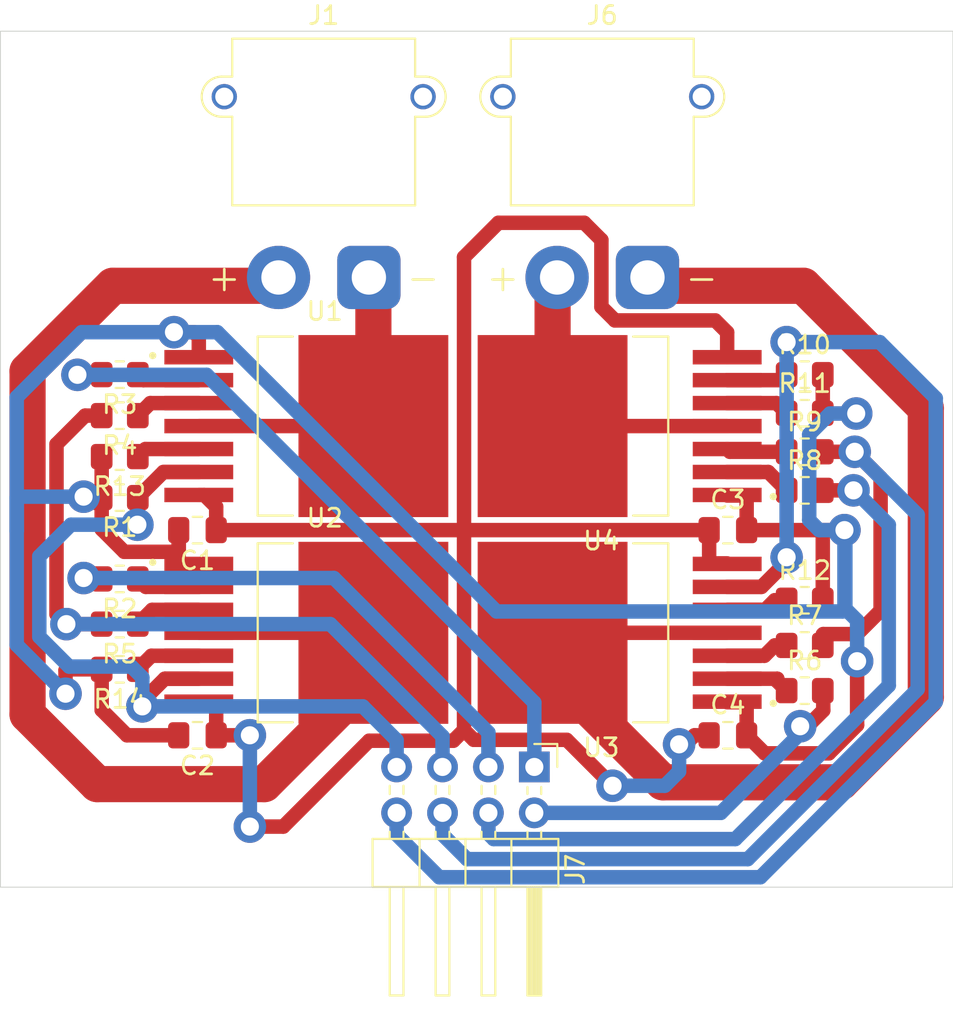
<source format=kicad_pcb>
(kicad_pcb (version 20241229) (generator "pcbnew") (generator_version "9.0")
  (layers (0 "F.Cu" signal) (2 "B.Cu" signal) (13 "F.Paste" user) (15 "B.Paste" user) (5 "F.SilkS" user "F.Silkscreen") (7 "B.SilkS" user "B.Silkscreen") (1 "F.Mask" user) (3 "B.Mask" user) (25 "Edge.Cuts" user))
  (net 0 "")
  (net 1 "GND")
  (net 2 "+24V")
  (net 3 "Net-(J1-Pin_1)")
  (net 4 "Net-(J1-Pin_2)")
  (net 5 "Net-(J6-Pin_1)")
  (net 6 "Net-(J6-Pin_2)")
  (net 7 "IS_1")
  (net 8 "Net-(U2-IN)")
  (net 9 "PWM_B")
  (net 10 "Net-(U1-IN)")
  (net 11 "PWM_A")
  (net 12 "Net-(U1-INH)")
  (net 13 "ENABLE_1")
  (net 14 "Net-(U2-INH)")
  (net 15 "PWM_C")
  (net 16 "Net-(U3-IN)")
  (net 17 "Net-(U3-INH)")
  (net 18 "ENABLE_2")
  (net 19 "Net-(U4-IN)")
  (net 20 "PWM_D")
  (net 21 "Net-(U4-INH)")
  (net 22 "IS_2")
  (net 23 "Net-(U4-SR)")
  (net 24 "Net-(U3-SR)")
  (net 25 "Net-(U1-SR)")
  (net 26 "Net-(U2-SR)")
  (footprint "Capacitor_SMD:C_0805_2012Metric_Pad1.18x1.45mm_HandSolder" (layer "F.Cu") (at 167.3 76.85)
    (property "Reference" "C3" (at 0 -1.68 0) (layer "F.SilkS"))
    (property "Value" "470nF")
    (fp_line (start -0.261252 -0.735) (end 0.261252 -0.735) (stroke (width 0.12)) (layer "F.SilkS"))
    (fp_line (start -0.261252 0.735) (end 0.261252 0.735) (stroke (width 0.12)) (layer "F.SilkS"))
    (pad "1" smd roundrect (at -1.0375 0) (size 1.175 1.45) (layers "F.Cu" "F.Mask" "F.Paste") (roundrect_rratio 0.212766) (net 2 "+24V"))
    (pad "2" smd roundrect (at 1.0375 0) (size 1.175 1.45) (layers "F.Cu" "F.Mask" "F.Paste") (roundrect_rratio 0.212766) (net 1 "GND"))
  )
  (footprint "Electronianos_Lib:BTS7960B_DPAK127P1490X440-8N" (layer "F.Cu") (at 143.975 82.53)
    (property "Reference" "U2" (at 1.016 -6.35 0) (layer "F.SilkS"))
    (property "Value" "BTS7960B")
    (fp_line (start -2.69 -4.95) (end -2.69 4.95) (stroke (width 0.127)) (layer "F.SilkS"))
    (fp_line (start -2.69 4.95) (end -0.749 4.95) (stroke (width 0.127)) (layer "F.SilkS"))
    (fp_line (start -0.749 -4.95) (end -2.69 -4.95) (stroke (width 0.127)) (layer "F.SilkS"))
    (fp_circle (center -8.5 -3.9) (end -8.4 -3.9) (stroke (width 0.2)) (fill no) (layer "F.SilkS"))
    (pad "1" smd rect (at -5.95 -3.81) (size 3.81 0.8) (layers "F.Cu" "F.Mask" "F.Paste") (net 1 "GND"))
    (pad "2" smd rect (at -5.95 -2.54) (size 3.81 0.8) (layers "F.Cu" "F.Mask" "F.Paste") (net 8 "Net-(U2-IN)"))
    (pad "3" smd rect (at -5.95 -1.27) (size 3.81 0.8) (layers "F.Cu" "F.Mask" "F.Paste") (net 14 "Net-(U2-INH)"))
    (pad "4" smd rect (at -5.95 0) (size 3.81 0.8) (layers "F.Cu" "F.Mask" "F.Paste") (net 4 "Net-(J1-Pin_2)"))
    (pad "5" smd rect (at -5.95 1.27) (size 3.81 0.8) (layers "F.Cu" "F.Mask" "F.Paste") (net 26 "Net-(U2-SR)"))
    (pad "6" smd rect (at -5.95 2.54) (size 3.81 0.8) (layers "F.Cu" "F.Mask" "F.Paste") (net 7 "IS_1"))
    (pad "7" smd rect (at -5.95 3.81) (size 3.81 0.8) (layers "F.Cu" "F.Mask" "F.Paste") (net 2 "+24V"))
    (pad "8" smd rect (at 3.71 0) (size 8.29 10.07) (layers "F.Cu" "F.Mask") (net 4 "Net-(J1-Pin_2)"))
  )
  (footprint "Resistor_SMD:R_0805_2012Metric_Pad1.20x1.40mm_HandSolder" (layer "F.Cu") (at 171.55 68.25)
    (property "Reference" "R10" (at 0 -1.65 0) (layer "F.SilkS"))
    (property "Value" "R_US")
    (fp_line (start -0.227064 -0.735) (end 0.227064 -0.735) (stroke (width 0.12)) (layer "F.SilkS"))
    (fp_line (start -0.227064 0.735) (end 0.227064 0.735) (stroke (width 0.12)) (layer "F.SilkS"))
    (pad "1" smd roundrect (at -1 0) (size 1.2 1.4) (layers "F.Cu" "F.Mask" "F.Paste") (roundrect_rratio 0.208333) (net 22 "IS_2"))
    (pad "2" smd roundrect (at 1 0) (size 1.2 1.4) (layers "F.Cu" "F.Mask" "F.Paste") (roundrect_rratio 0.208333) (net 1 "GND"))
  )
  (footprint "Capacitor_SMD:C_0805_2012Metric_Pad1.18x1.45mm_HandSolder" (layer "F.Cu") (at 137.95 76.85 180)
    (property "Reference" "C1" (at 0 -1.68 0) (layer "F.SilkS"))
    (property "Value" "470nF")
    (fp_line (start -0.261252 0.735) (end 0.261252 0.735) (stroke (width 0.12)) (layer "F.SilkS"))
    (fp_line (start -0.261252 -0.735) (end 0.261252 -0.735) (stroke (width 0.12)) (layer "F.SilkS"))
    (pad "1" smd roundrect (at -1.0375 0 180) (size 1.175 1.45) (layers "F.Cu" "F.Mask" "F.Paste") (roundrect_rratio 0.212766) (net 2 "+24V"))
    (pad "2" smd roundrect (at 1.0375 0 180) (size 1.175 1.45) (layers "F.Cu" "F.Mask" "F.Paste") (roundrect_rratio 0.212766) (net 1 "GND"))
  )
  (footprint "Resistor_SMD:R_0805_2012Metric_Pad1.20x1.40mm_HandSolder" (layer "F.Cu") (at 171.55 83.228604)
    (property "Reference" "R7" (at 0 -1.65 0) (layer "F.SilkS"))
    (property "Value" "R_US")
    (fp_line (start -0.227064 -0.735) (end 0.227064 -0.735) (stroke (width 0.12)) (layer "F.SilkS"))
    (fp_line (start -0.227064 0.735) (end 0.227064 0.735) (stroke (width 0.12)) (layer "F.SilkS"))
    (pad "1" smd roundrect (at -1 0) (size 1.2 1.4) (layers "F.Cu" "F.Mask" "F.Paste") (roundrect_rratio 0.208333) (net 17 "Net-(U3-INH)"))
    (pad "2" smd roundrect (at 1 0) (size 1.2 1.4) (layers "F.Cu" "F.Mask" "F.Paste") (roundrect_rratio 0.208333) (net 18 "ENABLE_2"))
  )
  (footprint "Electronianos_Lib:BTS7960B_DPAK127P1490X440-8N" (layer "F.Cu") (at 161.31 71.095 180)
    (property "Reference" "U4" (at 1.016 -6.35 0) (layer "F.SilkS"))
    (property "Value" "BTS7960B")
    (fp_line (start -0.749 -4.95) (end -2.69 -4.95) (stroke (width 0.127)) (layer "F.SilkS"))
    (fp_line (start -2.69 4.95) (end -0.749 4.95) (stroke (width 0.127)) (layer "F.SilkS"))
    (fp_line (start -2.69 -4.95) (end -2.69 4.95) (stroke (width 0.127)) (layer "F.SilkS"))
    (fp_circle (center -8.5 -3.9) (end -8.4 -3.9) (stroke (width 0.2)) (fill no) (layer "F.SilkS"))
    (pad "1" smd rect (at -5.95 -3.81 180) (size 3.81 0.8) (layers "F.Cu" "F.Mask" "F.Paste") (net 1 "GND"))
    (pad "2" smd rect (at -5.95 -2.54 180) (size 3.81 0.8) (layers "F.Cu" "F.Mask" "F.Paste") (net 19 "Net-(U4-IN)"))
    (pad "3" smd rect (at -5.95 -1.27 180) (size 3.81 0.8) (layers "F.Cu" "F.Mask" "F.Paste") (net 21 "Net-(U4-INH)"))
    (pad "4" smd rect (at -5.95 0 180) (size 3.81 0.8) (layers "F.Cu" "F.Mask" "F.Paste") (net 6 "Net-(J6-Pin_2)"))
    (pad "5" smd rect (at -5.95 1.27 180) (size 3.81 0.8) (layers "F.Cu" "F.Mask" "F.Paste") (net 23 "Net-(U4-SR)"))
    (pad "6" smd rect (at -5.95 2.54 180) (size 3.81 0.8) (layers "F.Cu" "F.Mask" "F.Paste") (net 22 "IS_2"))
    (pad "7" smd rect (at -5.95 3.81 180) (size 3.81 0.8) (layers "F.Cu" "F.Mask" "F.Paste") (net 2 "+24V"))
    (pad "8" smd rect (at 3.71 0 180) (size 8.29 10.07) (layers "F.Cu" "F.Mask") (net 6 "Net-(J6-Pin_2)"))
  )
  (footprint "Resistor_SMD:R_0805_2012Metric_Pad1.20x1.40mm_HandSolder" (layer "F.Cu") (at 133.65 84.55 180)
    (property "Reference" "R14" (at 0 -1.65 0) (layer "F.SilkS"))
    (property "Value" "R_US")
    (fp_line (start -0.227064 0.735) (end 0.227064 0.735) (stroke (width 0.12)) (layer "F.SilkS"))
    (fp_line (start -0.227064 -0.735) (end 0.227064 -0.735) (stroke (width 0.12)) (layer "F.SilkS"))
    (pad "1" smd roundrect (at -1 0 180) (size 1.2 1.4) (layers "F.Cu" "F.Mask" "F.Paste") (roundrect_rratio 0.208333) (net 26 "Net-(U2-SR)"))
    (pad "2" smd roundrect (at 1 0 180) (size 1.2 1.4) (layers "F.Cu" "F.Mask" "F.Paste") (roundrect_rratio 0.208333) (net 1 "GND"))
  )
  (footprint "Resistor_SMD:R_0805_2012Metric_Pad1.20x1.40mm_HandSolder" (layer "F.Cu") (at 171.55 85.728604)
    (property "Reference" "R6" (at 0 -1.65 0) (layer "F.SilkS"))
    (property "Value" "R_US")
    (fp_line (start -0.227064 -0.735) (end 0.227064 -0.735) (stroke (width 0.12)) (layer "F.SilkS"))
    (fp_line (start -0.227064 0.735) (end 0.227064 0.735) (stroke (width 0.12)) (layer "F.SilkS"))
    (pad "1" smd roundrect (at -1 0) (size 1.2 1.4) (layers "F.Cu" "F.Mask" "F.Paste") (roundrect_rratio 0.208333) (net 16 "Net-(U3-IN)"))
    (pad "2" smd roundrect (at 1 0) (size 1.2 1.4) (layers "F.Cu" "F.Mask" "F.Paste") (roundrect_rratio 0.208333) (net 15 "PWM_C"))
  )
  (footprint "Connector_AMASS:AMASS_XT30PW-M_1x02_P2.50mm_Horizontal" (layer "F.Cu") (at 162.85 62.873702)
    (property "Reference" "J6" (at -2.5 -14.5 0) (layer "F.SilkS"))
    (property "Value" "Motor_2")
    (fp_line (start -8.15 -11.11) (end -7.56 -11.11) (stroke (width 0.12)) (layer "F.SilkS"))
    (fp_line (start -8.15 -8.89) (end -7.56 -8.89) (stroke (width 0.12)) (layer "F.SilkS"))
    (fp_line (start -7.56 -13.21) (end -7.56 -11.11) (stroke (width 0.12)) (layer "F.SilkS"))
    (fp_line (start -7.56 -13.21) (end 2.56 -13.21) (stroke (width 0.12)) (layer "F.SilkS"))
    (fp_line (start -7.56 -8.89) (end -7.56 -3.99) (stroke (width 0.12)) (layer "F.SilkS"))
    (fp_line (start -7.56 -3.99) (end 2.56 -3.99) (stroke (width 0.12)) (layer "F.SilkS"))
    (fp_line (start 2.56 -13.21) (end 2.56 -11.11) (stroke (width 0.12)) (layer "F.SilkS"))
    (fp_line (start 2.56 -11.11) (end 3.15 -11.11) (stroke (width 0.12)) (layer "F.SilkS"))
    (fp_line (start 2.56 -8.89) (end 2.56 -3.99) (stroke (width 0.12)) (layer "F.SilkS"))
    (fp_line (start 2.56 -8.89) (end 3.15 -8.89) (stroke (width 0.12)) (layer "F.SilkS"))
    (fp_arc (start -8.15 -8.89) (mid -9.26 -10) (end -8.15 -11.11) (stroke (width 0.12)) (layer "F.SilkS"))
    (fp_arc (start 3.15 -11.11) (mid 4.26 -10) (end 3.15 -8.89) (stroke (width 0.12)) (layer "F.SilkS"))
    (fp_text user "-" (at 3 0 0) (layer "F.SilkS") (effects (font (size 1.5 1.5))))
    (fp_text user "+" (at -8 0 0) (layer "F.SilkS") (effects (font (size 1.5 1.5))))
    (pad "" thru_hole circle (at -8 -10) (size 1.4 1.4) (drill 1) (layers "*.Cu" "*.Mask"))
    (pad "" thru_hole circle (at 3 -10) (size 1.4 1.4) (drill 1) (layers "*.Cu" "*.Mask"))
    (pad "1" thru_hole roundrect (at 0 0) (size 3.5 3.5) (drill 1.9) (layers "*.Cu" "*.Mask") (roundrect_rratio 0.22) (net 5 "Net-(J6-Pin_1)"))
    (pad "2" thru_hole circle (at -5 0) (size 3.5 3.5) (drill 1.9) (layers "*.Cu" "*.Mask") (net 6 "Net-(J6-Pin_2)"))
  )
  (footprint "Capacitor_SMD:C_0805_2012Metric_Pad1.18x1.45mm_HandSolder" (layer "F.Cu") (at 137.95 88.2 180)
    (property "Reference" "C2" (at 0 -1.68 0) (layer "F.SilkS"))
    (property "Value" "470nF")
    (fp_line (start -0.261252 0.735) (end 0.261252 0.735) (stroke (width 0.12)) (layer "F.SilkS"))
    (fp_line (start -0.261252 -0.735) (end 0.261252 -0.735) (stroke (width 0.12)) (layer "F.SilkS"))
    (pad "1" smd roundrect (at -1.0375 0 180) (size 1.175 1.45) (layers "F.Cu" "F.Mask" "F.Paste") (roundrect_rratio 0.212766) (net 2 "+24V"))
    (pad "2" smd roundrect (at 1.0375 0 180) (size 1.175 1.45) (layers "F.Cu" "F.Mask" "F.Paste") (roundrect_rratio 0.212766) (net 1 "GND"))
  )
  (footprint "Resistor_SMD:R_0805_2012Metric_Pad1.20x1.40mm_HandSolder" (layer "F.Cu") (at 133.65 70.516667 180)
    (property "Reference" "R4" (at 0 -1.65 0) (layer "F.SilkS"))
    (property "Value" "R_US")
    (fp_line (start -0.227064 0.735) (end 0.227064 0.735) (stroke (width 0.12)) (layer "F.SilkS"))
    (fp_line (start -0.227064 -0.735) (end 0.227064 -0.735) (stroke (width 0.12)) (layer "F.SilkS"))
    (pad "1" smd roundrect (at -1 0 180) (size 1.2 1.4) (layers "F.Cu" "F.Mask" "F.Paste") (roundrect_rratio 0.208333) (net 12 "Net-(U1-INH)"))
    (pad "2" smd roundrect (at 1 0 180) (size 1.2 1.4) (layers "F.Cu" "F.Mask" "F.Paste") (roundrect_rratio 0.208333) (net 13 "ENABLE_1"))
  )
  (footprint "Resistor_SMD:R_0805_2012Metric_Pad1.20x1.40mm_HandSolder" (layer "F.Cu") (at 171.55 72.516667)
    (property "Reference" "R9" (at 0 -1.65 0) (layer "F.SilkS"))
    (property "Value" "R_US")
    (fp_line (start -0.227064 -0.735) (end 0.227064 -0.735) (stroke (width 0.12)) (layer "F.SilkS"))
    (fp_line (start -0.227064 0.735) (end 0.227064 0.735) (stroke (width 0.12)) (layer "F.SilkS"))
    (pad "1" smd roundrect (at -1 0) (size 1.2 1.4) (layers "F.Cu" "F.Mask" "F.Paste") (roundrect_rratio 0.208333) (net 21 "Net-(U4-INH)"))
    (pad "2" smd roundrect (at 1 0) (size 1.2 1.4) (layers "F.Cu" "F.Mask" "F.Paste") (roundrect_rratio 0.208333) (net 18 "ENABLE_2"))
  )
  (footprint "Resistor_SMD:R_0805_2012Metric_Pad1.20x1.40mm_HandSolder" (layer "F.Cu") (at 133.65 75.05 180)
    (property "Reference" "R1" (at 0 -1.65 0) (layer "F.SilkS"))
    (property "Value" "R_US")
    (fp_line (start -0.227064 0.735) (end 0.227064 0.735) (stroke (width 0.12)) (layer "F.SilkS"))
    (fp_line (start -0.227064 -0.735) (end 0.227064 -0.735) (stroke (width 0.12)) (layer "F.SilkS"))
    (pad "1" smd roundrect (at -1 0 180) (size 1.2 1.4) (layers "F.Cu" "F.Mask" "F.Paste") (roundrect_rratio 0.208333) (net 7 "IS_1"))
    (pad "2" smd roundrect (at 1 0 180) (size 1.2 1.4) (layers "F.Cu" "F.Mask" "F.Paste") (roundrect_rratio 0.208333) (net 1 "GND"))
  )
  (footprint "Resistor_SMD:R_0805_2012Metric_Pad1.20x1.40mm_HandSolder" (layer "F.Cu") (at 133.65 79.55 180)
    (property "Reference" "R2" (at 0 -1.65 0) (layer "F.SilkS"))
    (property "Value" "R_US")
    (fp_line (start -0.227064 0.735) (end 0.227064 0.735) (stroke (width 0.12)) (layer "F.SilkS"))
    (fp_line (start -0.227064 -0.735) (end 0.227064 -0.735) (stroke (width 0.12)) (layer "F.SilkS"))
    (pad "1" smd roundrect (at -1 0 180) (size 1.2 1.4) (layers "F.Cu" "F.Mask" "F.Paste") (roundrect_rratio 0.208333) (net 8 "Net-(U2-IN)"))
    (pad "2" smd roundrect (at 1 0 180) (size 1.2 1.4) (layers "F.Cu" "F.Mask" "F.Paste") (roundrect_rratio 0.208333) (net 9 "PWM_B"))
  )
  (footprint "Resistor_SMD:R_0805_2012Metric_Pad1.20x1.40mm_HandSolder" (layer "F.Cu") (at 133.65 72.783333 180)
    (property "Reference" "R13" (at 0 -1.65 0) (layer "F.SilkS"))
    (property "Value" "R_US")
    (fp_line (start -0.227064 0.735) (end 0.227064 0.735) (stroke (width 0.12)) (layer "F.SilkS"))
    (fp_line (start -0.227064 -0.735) (end 0.227064 -0.735) (stroke (width 0.12)) (layer "F.SilkS"))
    (pad "1" smd roundrect (at -1 0 180) (size 1.2 1.4) (layers "F.Cu" "F.Mask" "F.Paste") (roundrect_rratio 0.208333) (net 25 "Net-(U1-SR)"))
    (pad "2" smd roundrect (at 1 0 180) (size 1.2 1.4) (layers "F.Cu" "F.Mask" "F.Paste") (roundrect_rratio 0.208333) (net 1 "GND"))
  )
  (footprint "Capacitor_SMD:C_0805_2012Metric_Pad1.18x1.45mm_HandSolder" (layer "F.Cu") (at 167.3 88.2)
    (property "Reference" "C4" (at 0 -1.68 0) (layer "F.SilkS"))
    (property "Value" "470nF")
    (fp_line (start -0.261252 -0.735) (end 0.261252 -0.735) (stroke (width 0.12)) (layer "F.SilkS"))
    (fp_line (start -0.261252 0.735) (end 0.261252 0.735) (stroke (width 0.12)) (layer "F.SilkS"))
    (pad "1" smd roundrect (at -1.0375 0) (size 1.175 1.45) (layers "F.Cu" "F.Mask" "F.Paste") (roundrect_rratio 0.212766) (net 2 "+24V"))
    (pad "2" smd roundrect (at 1.0375 0) (size 1.175 1.45) (layers "F.Cu" "F.Mask" "F.Paste") (roundrect_rratio 0.212766) (net 1 "GND"))
  )
  (footprint "Electronianos_Lib:BTS7960B_DPAK127P1490X440-8N" (layer "F.Cu") (at 161.31 82.53 180)
    (property "Reference" "U3" (at 1.016 -6.35 0) (layer "F.SilkS"))
    (property "Value" "BTS7960B")
    (fp_line (start -0.749 -4.95) (end -2.69 -4.95) (stroke (width 0.127)) (layer "F.SilkS"))
    (fp_line (start -2.69 4.95) (end -0.749 4.95) (stroke (width 0.127)) (layer "F.SilkS"))
    (fp_line (start -2.69 -4.95) (end -2.69 4.95) (stroke (width 0.127)) (layer "F.SilkS"))
    (fp_circle (center -8.5 -3.9) (end -8.4 -3.9) (stroke (width 0.2)) (fill no) (layer "F.SilkS"))
    (pad "1" smd rect (at -5.95 -3.81 180) (size 3.81 0.8) (layers "F.Cu" "F.Mask" "F.Paste") (net 1 "GND"))
    (pad "2" smd rect (at -5.95 -2.54 180) (size 3.81 0.8) (layers "F.Cu" "F.Mask" "F.Paste") (net 16 "Net-(U3-IN)"))
    (pad "3" smd rect (at -5.95 -1.27 180) (size 3.81 0.8) (layers "F.Cu" "F.Mask" "F.Paste") (net 17 "Net-(U3-INH)"))
    (pad "4" smd rect (at -5.95 0 180) (size 3.81 0.8) (layers "F.Cu" "F.Mask" "F.Paste") (net 5 "Net-(J6-Pin_1)"))
    (pad "5" smd rect (at -5.95 1.27 180) (size 3.81 0.8) (layers "F.Cu" "F.Mask" "F.Paste") (net 24 "Net-(U3-SR)"))
    (pad "6" smd rect (at -5.95 2.54 180) (size 3.81 0.8) (layers "F.Cu" "F.Mask" "F.Paste") (net 22 "IS_2"))
    (pad "7" smd rect (at -5.95 3.81 180) (size 3.81 0.8) (layers "F.Cu" "F.Mask" "F.Paste") (net 2 "+24V"))
    (pad "8" smd rect (at 3.71 0 180) (size 8.29 10.07) (layers "F.Cu" "F.Mask") (net 5 "Net-(J6-Pin_1)"))
  )
  (footprint "Connector_PinHeader_2.54mm:PinHeader_2x04_P2.54mm_Horizontal" (layer "F.Cu") (at 156.59 89.95 -90)
    (property "Reference" "J7" (at 5.655 -2.27 90) (layer "F.SilkS"))
    (property "Value" "Conn_02x04_Odd_Even")
    (fp_line (start 3.98 8.95) (end 6.64 8.95) (stroke (width 0.12)) (layer "F.SilkS"))
    (fp_line (start 6.64 8.95) (end 6.64 -1.33) (stroke (width 0.12)) (layer "F.SilkS"))
    (fp_line (start 1.042929 8) (end 1.497071 8) (stroke (width 0.12)) (layer "F.SilkS"))
    (fp_line (start 3.582929 8) (end 3.98 8) (stroke (width 0.12)) (layer "F.SilkS"))
    (fp_line (start 12.64 8) (end 6.64 8) (stroke (width 0.12)) (layer "F.SilkS"))
    (fp_line (start 1.042929 7.24) (end 1.497071 7.24) (stroke (width 0.12)) (layer "F.SilkS"))
    (fp_line (start 3.582929 7.24) (end 3.98 7.24) (stroke (width 0.12)) (layer "F.SilkS"))
    (fp_line (start 6.64 7.24) (end 12.64 7.24) (stroke (width 0.12)) (layer "F.SilkS"))
    (fp_line (start 12.64 7.24) (end 12.64 8) (stroke (width 0.12)) (layer "F.SilkS"))
    (fp_line (start 3.98 6.35) (end 6.64 6.35) (stroke (width 0.12)) (layer "F.SilkS"))
    (fp_line (start 1.042929 5.46) (end 1.497071 5.46) (stroke (width 0.12)) (layer "F.SilkS"))
    (fp_line (start 3.582929 5.46) (end 3.98 5.46) (stroke (width 0.12)) (layer "F.SilkS"))
    (fp_line (start 12.64 5.46) (end 6.64 5.46) (stroke (width 0.12)) (layer "F.SilkS"))
    (fp_line (start 1.042929 4.7) (end 1.497071 4.7) (stroke (width 0.12)) (layer "F.SilkS"))
    (fp_line (start 3.582929 4.7) (end 3.98 4.7) (stroke (width 0.12)) (layer "F.SilkS"))
    (fp_line (start 6.64 4.7) (end 12.64 4.7) (stroke (width 0.12)) (layer "F.SilkS"))
    (fp_line (start 12.64 4.7) (end 12.64 5.46) (stroke (width 0.12)) (layer "F.SilkS"))
    (fp_line (start 3.98 3.81) (end 6.64 3.81) (stroke (width 0.12)) (layer "F.SilkS"))
    (fp_line (start 1.042929 2.92) (end 1.497071 2.92) (stroke (width 0.12)) (layer "F.SilkS"))
    (fp_line (start 3.582929 2.92) (end 3.98 2.92) (stroke (width 0.12)) (layer "F.SilkS"))
    (fp_line (start 12.64 2.92) (end 6.64 2.92) (stroke (width 0.12)) (layer "F.SilkS"))
    (fp_line (start 1.042929 2.16) (end 1.497071 2.16) (stroke (width 0.12)) (layer "F.SilkS"))
    (fp_line (start 3.582929 2.16) (end 3.98 2.16) (stroke (width 0.12)) (layer "F.SilkS"))
    (fp_line (start 6.64 2.16) (end 12.64 2.16) (stroke (width 0.12)) (layer "F.SilkS"))
    (fp_line (start 12.64 2.16) (end 12.64 2.92) (stroke (width 0.12)) (layer "F.SilkS"))
    (fp_line (start 3.98 1.27) (end 6.64 1.27) (stroke (width 0.12)) (layer "F.SilkS"))
    (fp_line (start 1.11 0.38) (end 1.497071 0.38) (stroke (width 0.12)) (layer "F.SilkS"))
    (fp_line (start 3.582929 0.38) (end 3.98 0.38) (stroke (width 0.12)) (layer "F.SilkS"))
    (fp_line (start 12.64 0.38) (end 6.64 0.38) (stroke (width 0.12)) (layer "F.SilkS"))
    (fp_line (start 6.64 0.28) (end 12.64 0.28) (stroke (width 0.12)) (layer "F.SilkS"))
    (fp_line (start 6.64 0.16) (end 12.64 0.16) (stroke (width 0.12)) (layer "F.SilkS"))
    (fp_line (start 6.64 0.04) (end 12.64 0.04) (stroke (width 0.12)) (layer "F.SilkS"))
    (fp_line (start -1.27 0) (end -1.27 -1.27) (stroke (width 0.12)) (layer "F.SilkS"))
    (fp_line (start 6.64 -0.08) (end 12.64 -0.08) (stroke (width 0.12)) (layer "F.SilkS"))
    (fp_line (start 6.64 -0.2) (end 12.64 -0.2) (stroke (width 0.12)) (layer "F.SilkS"))
    (fp_line (start 6.64 -0.32) (end 12.64 -0.32) (stroke (width 0.12)) (layer "F.SilkS"))
    (fp_line (start 1.11 -0.38) (end 1.497071 -0.38) (stroke (width 0.12)) (layer "F.SilkS"))
    (fp_line (start 3.582929 -0.38) (end 3.98 -0.38) (stroke (width 0.12)) (layer "F.SilkS"))
    (fp_line (start 6.64 -0.38) (end 12.64 -0.38) (stroke (width 0.12)) (layer "F.SilkS"))
    (fp_line (start 12.64 -0.38) (end 12.64 0.38) (stroke (width 0.12)) (layer "F.SilkS"))
    (fp_line (start -1.27 -1.27) (end 0 -1.27) (stroke (width 0.12)) (layer "F.SilkS"))
    (fp_line (start 3.98 -1.33) (end 3.98 8.95) (stroke (width 0.12)) (layer "F.SilkS"))
    (fp_line (start 6.64 -1.33) (end 3.98 -1.33) (stroke (width 0.12)) (layer "F.SilkS"))
    (pad "1" thru_hole rect (at 0 0 270) (size 1.7 1.7) (drill 1) (layers "*.Cu" "*.Mask") (net 11 "PWM_A"))
    (pad "2" thru_hole oval (at 2.54 0 270) (size 1.7 1.7) (drill 1) (layers "*.Cu" "*.Mask") (net 15 "PWM_C"))
    (pad "3" thru_hole oval (at 0 2.54 270) (size 1.7 1.7) (drill 1) (layers "*.Cu" "*.Mask") (net 9 "PWM_B"))
    (pad "4" thru_hole oval (at 2.54 2.54 270) (size 1.7 1.7) (drill 1) (layers "*.Cu" "*.Mask") (net 20 "PWM_D"))
    (pad "5" thru_hole oval (at 0 5.08 270) (size 1.7 1.7) (drill 1) (layers "*.Cu" "*.Mask") (net 13 "ENABLE_1"))
    (pad "6" thru_hole oval (at 2.54 5.08 270) (size 1.7 1.7) (drill 1) (layers "*.Cu" "*.Mask") (net 18 "ENABLE_2"))
    (pad "7" thru_hole oval (at 0 7.62 270) (size 1.7 1.7) (drill 1) (layers "*.Cu" "*.Mask") (net 7 "IS_1"))
    (pad "8" thru_hole oval (at 2.54 7.62 270) (size 1.7 1.7) (drill 1) (layers "*.Cu" "*.Mask") (net 22 "IS_2"))
  )
  (footprint "Resistor_SMD:R_0805_2012Metric_Pad1.20x1.40mm_HandSolder" (layer "F.Cu") (at 133.65 68.25 180)
    (property "Reference" "R3" (at 0 -1.65 0) (layer "F.SilkS"))
    (property "Value" "R_US")
    (fp_line (start -0.227064 0.735) (end 0.227064 0.735) (stroke (width 0.12)) (layer "F.SilkS"))
    (fp_line (start -0.227064 -0.735) (end 0.227064 -0.735) (stroke (width 0.12)) (layer "F.SilkS"))
    (pad "1" smd roundrect (at -1 0 180) (size 1.2 1.4) (layers "F.Cu" "F.Mask" "F.Paste") (roundrect_rratio 0.208333) (net 10 "Net-(U1-IN)"))
    (pad "2" smd roundrect (at 1 0 180) (size 1.2 1.4) (layers "F.Cu" "F.Mask" "F.Paste") (roundrect_rratio 0.208333) (net 11 "PWM_A"))
  )
  (footprint "Resistor_SMD:R_0805_2012Metric_Pad1.20x1.40mm_HandSolder" (layer "F.Cu") (at 171.55 80.728604)
    (property "Reference" "R12" (at 0 -1.65 0) (layer "F.SilkS"))
    (property "Value" "R_US")
    (fp_line (start -0.227064 -0.735) (end 0.227064 -0.735) (stroke (width 0.12)) (layer "F.SilkS"))
    (fp_line (start -0.227064 0.735) (end 0.227064 0.735) (stroke (width 0.12)) (layer "F.SilkS"))
    (pad "1" smd roundrect (at -1 0) (size 1.2 1.4) (layers "F.Cu" "F.Mask" "F.Paste") (roundrect_rratio 0.208333) (net 24 "Net-(U3-SR)"))
    (pad "2" smd roundrect (at 1 0) (size 1.2 1.4) (layers "F.Cu" "F.Mask" "F.Paste") (roundrect_rratio 0.208333) (net 1 "GND"))
  )
  (footprint "Connector_AMASS:AMASS_XT30PW-M_1x02_P2.50mm_Horizontal" (layer "F.Cu") (at 147.435 62.873702)
    (property "Reference" "J1" (at -2.5 -14.5 0) (layer "F.SilkS"))
    (property "Value" "Motor_1")
    (fp_line (start -8.15 -11.11) (end -7.56 -11.11) (stroke (width 0.12)) (layer "F.SilkS"))
    (fp_line (start -8.15 -8.89) (end -7.56 -8.89) (stroke (width 0.12)) (layer "F.SilkS"))
    (fp_line (start -7.56 -13.21) (end -7.56 -11.11) (stroke (width 0.12)) (layer "F.SilkS"))
    (fp_line (start -7.56 -13.21) (end 2.56 -13.21) (stroke (width 0.12)) (layer "F.SilkS"))
    (fp_line (start -7.56 -8.89) (end -7.56 -3.99) (stroke (width 0.12)) (layer "F.SilkS"))
    (fp_line (start -7.56 -3.99) (end 2.56 -3.99) (stroke (width 0.12)) (layer "F.SilkS"))
    (fp_line (start 2.56 -13.21) (end 2.56 -11.11) (stroke (width 0.12)) (layer "F.SilkS"))
    (fp_line (start 2.56 -11.11) (end 3.15 -11.11) (stroke (width 0.12)) (layer "F.SilkS"))
    (fp_line (start 2.56 -8.89) (end 2.56 -3.99) (stroke (width 0.12)) (layer "F.SilkS"))
    (fp_line (start 2.56 -8.89) (end 3.15 -8.89) (stroke (width 0.12)) (layer "F.SilkS"))
    (fp_arc (start -8.15 -8.89) (mid -9.26 -10) (end -8.15 -11.11) (stroke (width 0.12)) (layer "F.SilkS"))
    (fp_arc (start 3.15 -11.11) (mid 4.26 -10) (end 3.15 -8.89) (stroke (width 0.12)) (layer "F.SilkS"))
    (fp_text user "+" (at -8 0 0) (layer "F.SilkS") (effects (font (size 1.5 1.5))))
    (fp_text user "-" (at 3 0 0) (layer "F.SilkS") (effects (font (size 1.5 1.5))))
    (pad "" thru_hole circle (at -8 -10) (size 1.4 1.4) (drill 1) (layers "*.Cu" "*.Mask"))
    (pad "" thru_hole circle (at 3 -10) (size 1.4 1.4) (drill 1) (layers "*.Cu" "*.Mask"))
    (pad "1" thru_hole roundrect (at 0 0) (size 3.5 3.5) (drill 1.9) (layers "*.Cu" "*.Mask") (roundrect_rratio 0.22) (net 3 "Net-(J1-Pin_1)"))
    (pad "2" thru_hole circle (at -5 0) (size 3.5 3.5) (drill 1.9) (layers "*.Cu" "*.Mask") (net 4 "Net-(J1-Pin_2)"))
  )
  (footprint "Resistor_SMD:R_0805_2012Metric_Pad1.20x1.40mm_HandSolder" (layer "F.Cu") (at 133.65 82.05 180)
    (property "Reference" "R5" (at 0 -1.65 0) (layer "F.SilkS"))
    (property "Value" "R_US")
    (fp_line (start -0.227064 0.735) (end 0.227064 0.735) (stroke (width 0.12)) (layer "F.SilkS"))
    (fp_line (start -0.227064 -0.735) (end 0.227064 -0.735) (stroke (width 0.12)) (layer "F.SilkS"))
    (pad "1" smd roundrect (at -1 0 180) (size 1.2 1.4) (layers "F.Cu" "F.Mask" "F.Paste") (roundrect_rratio 0.208333) (net 14 "Net-(U2-INH)"))
    (pad "2" smd roundrect (at 1 0 180) (size 1.2 1.4) (layers "F.Cu" "F.Mask" "F.Paste") (roundrect_rratio 0.208333) (net 13 "ENABLE_1"))
  )
  (footprint "Resistor_SMD:R_0805_2012Metric_Pad1.20x1.40mm_HandSolder" (layer "F.Cu") (at 171.55 74.65)
    (property "Reference" "R8" (at 0 -1.65 0) (layer "F.SilkS"))
    (property "Value" "R_US")
    (fp_line (start -0.227064 -0.735) (end 0.227064 -0.735) (stroke (width 0.12)) (layer "F.SilkS"))
    (fp_line (start -0.227064 0.735) (end 0.227064 0.735) (stroke (width 0.12)) (layer "F.SilkS"))
    (pad "1" smd roundrect (at -1 0) (size 1.2 1.4) (layers "F.Cu" "F.Mask" "F.Paste") (roundrect_rratio 0.208333) (net 19 "Net-(U4-IN)"))
    (pad "2" smd roundrect (at 1 0) (size 1.2 1.4) (layers "F.Cu" "F.Mask" "F.Paste") (roundrect_rratio 0.208333) (net 20 "PWM_D"))
  )
  (footprint "Electronianos_Lib:BTS7960B_DPAK127P1490X440-8N" (layer "F.Cu") (at 143.975 71.095)
    (property "Reference" "U1" (at 1.016 -6.35 0) (layer "F.SilkS"))
    (property "Value" "BTS7960B")
    (fp_line (start -2.69 -4.95) (end -2.69 4.95) (stroke (width 0.127)) (layer "F.SilkS"))
    (fp_line (start -2.69 4.95) (end -0.749 4.95) (stroke (width 0.127)) (layer "F.SilkS"))
    (fp_line (start -0.749 -4.95) (end -2.69 -4.95) (stroke (width 0.127)) (layer "F.SilkS"))
    (fp_circle (center -8.5 -3.9) (end -8.4 -3.9) (stroke (width 0.2)) (fill no) (layer "F.SilkS"))
    (pad "1" smd rect (at -5.95 -3.81) (size 3.81 0.8) (layers "F.Cu" "F.Mask" "F.Paste") (net 1 "GND"))
    (pad "2" smd rect (at -5.95 -2.54) (size 3.81 0.8) (layers "F.Cu" "F.Mask" "F.Paste") (net 10 "Net-(U1-IN)"))
    (pad "3" smd rect (at -5.95 -1.27) (size 3.81 0.8) (layers "F.Cu" "F.Mask" "F.Paste") (net 12 "Net-(U1-INH)"))
    (pad "4" smd rect (at -5.95 0) (size 3.81 0.8) (layers "F.Cu" "F.Mask" "F.Paste") (net 3 "Net-(J1-Pin_1)"))
    (pad "5" smd rect (at -5.95 1.27) (size 3.81 0.8) (layers "F.Cu" "F.Mask" "F.Paste") (net 25 "Net-(U1-SR)"))
    (pad "6" smd rect (at -5.95 2.54) (size 3.81 0.8) (layers "F.Cu" "F.Mask" "F.Paste") (net 7 "IS_1"))
    (pad "7" smd rect (at -5.95 3.81) (size 3.81 0.8) (layers "F.Cu" "F.Mask" "F.Paste") (net 2 "+24V"))
    (pad "8" smd rect (at 3.71 0) (size 8.29 10.07) (layers "F.Cu" "F.Mask") (net 3 "Net-(J1-Pin_1)"))
  )
  (footprint "Resistor_SMD:R_0805_2012Metric_Pad1.20x1.40mm_HandSolder" (layer "F.Cu") (at 171.55 70.383333)
    (property "Reference" "R11" (at 0 -1.65 0) (layer "F.SilkS"))
    (property "Value" "R_US")
    (fp_line (start -0.227064 -0.735) (end 0.227064 -0.735) (stroke (width 0.12)) (layer "F.SilkS"))
    (fp_line (start -0.227064 0.735) (end 0.227064 0.735) (stroke (width 0.12)) (layer "F.SilkS"))
    (pad "1" smd roundrect (at -1 0) (size 1.2 1.4) (layers "F.Cu" "F.Mask" "F.Paste") (roundrect_rratio 0.208333) (net 23 "Net-(U4-SR)"))
    (pad "2" smd roundrect (at 1 0) (size 1.2 1.4) (layers "F.Cu" "F.Mask" "F.Paste") (roundrect_rratio 0.208333) (net 1 "GND"))
  )
  (gr_rect (start 127.05 49.25) (end 179.75 96.6) (stroke (width 0.05)) (fill no) (layer "Edge.Cuts"))
  (segment (start 136.9125 76.85) (end 136.9125 78.05) (width 0.8) (layer "F.Cu") (net 1))
  (segment (start 130.65 85.9) (end 130.65 84.6) (width 0.8) (layer "F.Cu") (net 1))
  (segment (start 132.65 75.05) (end 132.7 75.1) (width 0.8) (layer "F.Cu") (net 1))
  (segment (start 168.3375 86.371) (end 167.26 86.371) (width 0.8) (layer "F.Cu") (net 1))
  (segment (start 136.9125 78.05) (end 133.9 78.05) (width 0.8) (layer "F.Cu") (net 1))
  (segment (start 132.7 76.85) (end 132.65 76.8) (width 0.8) (layer "F.Cu") (net 1))
  (segment (start 138.025 78.72) (end 137.02 78.72) (width 0.8) (layer "F.Cu") (net 1))
  (segment (start 172.55 77.084688) (end 172.315312 76.85) (width 0.8) (layer "F.Cu") (net 1))
  (segment (start 137.02 78.72) (end 136.9125 78.6125) (width 0.8) (layer "F.Cu") (net 1))
  (segment (start 172.566667 70.4) (end 172.55 70.383333) (width 0.8) (layer "F.Cu") (net 1))
  (segment (start 172.55 70.383333) (end 172.55 68.25) (width 0.8) (layer "F.Cu") (net 1))
  (segment (start 133.9 78.05) (end 132.7 76.85) (width 0.8) (layer "F.Cu") (net 1))
  (segment (start 130.7 84.55) (end 132.65 84.55) (width 0.8) (layer "F.Cu") (net 1))
  (segment (start 132.65 76.8) (end 132.65 75.05) (width 0.8) (layer "F.Cu") (net 1))
  (segment (start 172.886844 89.199) (end 174.45 87.635844) (width 0.8) (layer "F.Cu") (net 1))
  (segment (start 173.75 76.85) (end 172.315312 76.85) (width 0.8) (layer "F.Cu") (net 1))
  (segment (start 174.4 70.4) (end 172.566667 70.4) (width 0.8) (layer "F.Cu") (net 1))
  (segment (start 169.3365 89.199) (end 172.886844 89.199) (width 0.8) (layer "F.Cu") (net 1))
  (segment (start 132.65 86.8) (end 134.05 88.2) (width 0.8) (layer "F.Cu") (net 1))
  (segment (start 168.3375 88.2) (end 169.3365 89.199) (width 0.8) (layer "F.Cu") (net 1))
  (segment (start 130.65 84.6) (end 130.7 84.55) (width 0.8) (layer "F.Cu") (net 1))
  (segment (start 136.65 65.9) (end 137.75 65.9) (width 0.8) (layer "F.Cu") (net 1))
  (segment (start 174.45 87.635844) (end 174.45 84.1) (width 0.8) (layer "F.Cu") (net 1))
  (segment (start 131.701 75.05) (end 132.65 75.05) (width 0.8) (layer "F.Cu") (net 1))
  (segment (start 168.3375 76.85) (end 168.3375 74.936) (width 0.8) (layer "F.Cu") (net 1))
  (segment (start 132.65 72.783333) (end 132.65 75.05) (width 0.8) (layer "F.Cu") (net 1))
  (segment (start 138.025 66.175) (end 138.025 67.285) (width 0.8) (layer "F.Cu") (net 1))
  (segment (start 131.651 75) (end 131.701 75.05) (width 0.8) (layer "F.Cu") (net 1))
  (segment (start 136.9125 78.6125) (end 136.9125 76.85) (width 0.8) (layer "F.Cu") (net 1))
  (segment (start 168.3375 88.2) (end 168.3375 86.371) (width 0.8) (layer "F.Cu") (net 1))
  (segment (start 137.75 65.9) (end 138.025 66.175) (width 0.8) (layer "F.Cu") (net 1))
  (segment (start 168.3375 74.936) (end 167.26 74.936) (width 0.8) (layer "F.Cu") (net 1))
  (segment (start 172.315312 76.85) (end 168.3375 76.85) (width 0.8) (layer "F.Cu") (net 1))
  (segment (start 134.05 88.2) (end 136.9125 88.2) (width 0.8) (layer "F.Cu") (net 1))
  (segment (start 132.65 84.55) (end 132.65 86.8) (width 0.8) (layer "F.Cu") (net 1))
  (segment (start 172.55 80.728604) (end 172.55 77.084688) (width 0.8) (layer "F.Cu") (net 1))
  (via (at 130.65 85.9) (size 1.8) (drill 1) (layers "F.Cu" "B.Cu") (net 1))
  (via (at 131.651 75) (size 1.8) (drill 1) (layers "F.Cu" "B.Cu") (net 1))
  (via (at 173.75 76.85) (size 1.8) (drill 1) (layers "F.Cu" "B.Cu") (net 1))
  (via (at 136.65 65.9) (size 1.8) (drill 1) (layers "F.Cu" "B.Cu") (net 1))
  (via (at 174.4 70.4) (size 1.8) (drill 1) (layers "F.Cu" "B.Cu") (net 1))
  (via (at 174.45 84.1) (size 1.8) (drill 1) (layers "F.Cu" "B.Cu") (net 1))
  (segment (start 127.951 69.496115) (end 131.547115 65.9) (width 0.8) (layer "B.Cu") (net 1))
  (segment (start 174.45 84.1) (end 174.45 81.85) (width 0.8) (layer "B.Cu") (net 1))
  (segment (start 172.95 70.4) (end 174.4 70.4) (width 0.8) (layer "B.Cu") (net 1))
  (segment (start 173.75 76.85) (end 172.35 76.85) (width 0.8) (layer "B.Cu") (net 1))
  (segment (start 136.65 65.9) (end 139.05 65.9) (width 0.8) (layer "B.Cu") (net 1))
  (segment (start 171.8 76.3) (end 171.8 71.55) (width 0.8) (layer "B.Cu") (net 1))
  (segment (start 173.75 81.25) (end 173.75 76.85) (width 0.8) (layer "B.Cu") (net 1))
  (segment (start 171.8 71.55) (end 172.95 70.4) (width 0.8) (layer "B.Cu") (net 1))
  (segment (start 130.65 85.9) (end 127.951 83.201) (width 0.8) (layer "B.Cu") (net 1))
  (segment (start 131.547115 65.9) (end 136.65 65.9) (width 0.8) (layer "B.Cu") (net 1))
  (segment (start 173.65 81.35) (end 173.75 81.25) (width 0.8) (layer "B.Cu") (net 1))
  (segment (start 173.8 76.9) (end 173.75 76.85) (width 0.8) (layer "B.Cu") (net 1))
  (segment (start 139.05 65.9) (end 154.5 81.35) (width 0.8) (layer "B.Cu") (net 1))
  (segment (start 127.951 83.201) (end 127.951 76.9) (width 0.8) (layer "B.Cu") (net 1))
  (segment (start 131.651 75) (end 128.001 75) (width 0.8) (layer "B.Cu") (net 1))
  (segment (start 154.5 81.35) (end 173.65 81.35) (width 0.8) (layer "B.Cu") (net 1))
  (segment (start 127.951 75.05) (end 127.951 76.9) (width 0.8) (layer "B.Cu") (net 1))
  (segment (start 173.8 81.2) (end 173.8 76.9) (width 0.8) (layer "B.Cu") (net 1))
  (segment (start 174.45 81.85) (end 173.8 81.2) (width 0.8) (layer "B.Cu") (net 1))
  (segment (start 172.35 76.85) (end 171.8 76.3) (width 0.8) (layer "B.Cu") (net 1))
  (segment (start 128.001 75) (end 127.951 75.05) (width 0.8) (layer "B.Cu") (net 1))
  (segment (start 127.951 76.9) (end 127.951 69.496115) (width 0.8) (layer "B.Cu") (net 1))
  (segment (start 138.33 74.905) (end 138.025 74.905) (width 0.8) (layer "F.Cu") (net 2))
  (segment (start 161.05 65.25) (end 160.3 64.5) (width 0.8) (layer "F.Cu") (net 2))
  (segment (start 152.7 87.910024) (end 152.111024 88.499) (width 0.8) (layer "F.Cu") (net 2))
  (segment (start 158.380151 88.45) (end 160.920152 90.990001) (width 0.8) (layer "F.Cu") (net 2))
  (segment (start 152.111024 88.499) (end 147.451 88.499) (width 0.8) (layer "F.Cu") (net 2))
  (segment (start 140.85 88.2) (end 138.9875 88.2) (width 0.8) (layer "F.Cu") (net 2))
  (segment (start 152.7 76.85) (end 152.7 87.910024) (width 0.8) (layer "F.Cu") (net 2))
  (segment (start 138.9875 75.5625) (end 138.33 74.905) (width 0.8) (layer "F.Cu") (net 2))
  (segment (start 166.6 65.25) (end 161.05 65.25) (width 0.8) (layer "F.Cu") (net 2))
  (segment (start 164.6 88.7) (end 164.95 88.7) (width 0.8) (layer "F.Cu") (net 2))
  (segment (start 152.7 76.85) (end 166.2625 76.85) (width 0.8) (layer "F.Cu") (net 2))
  (segment (start 152.7 87.910024) (end 153.239976 88.45) (width 0.8) (layer "F.Cu") (net 2))
  (segment (start 152.7 61.75) (end 152.7 76.85) (width 0.8) (layer "F.Cu") (net 2))
  (segment (start 153.239976 88.45) (end 158.380151 88.45) (width 0.8) (layer "F.Cu") (net 2))
  (segment (start 166.2625 76.85) (end 166.2625 78.689) (width 0.8) (layer "F.Cu") (net 2))
  (segment (start 138.9875 76.85) (end 138.9875 75.5625) (width 0.8) (layer "F.Cu") (net 2))
  (segment (start 167.26 67.285) (end 167.26 65.91) (width 0.8) (layer "F.Cu") (net 2))
  (segment (start 166.2625 78.689) (end 167.26 78.689) (width 0.8) (layer "F.Cu") (net 2))
  (segment (start 167.26 65.91) (end 166.6 65.25) (width 0.8) (layer "F.Cu") (net 2))
  (segment (start 164.95 88.7) (end 165.45 88.2) (width 0.8) (layer "F.Cu") (net 2))
  (segment (start 165.45 88.2) (end 166.2625 88.2) (width 0.8) (layer "F.Cu") (net 2))
  (segment (start 160.3 64.5) (end 160.3 60.8) (width 0.8) (layer "F.Cu") (net 2))
  (segment (start 138.9875 88.2) (end 138.9875 86.5125) (width 0.8) (layer "F.Cu") (net 2))
  (segment (start 138.9875 76.85) (end 152.7 76.85) (width 0.8) (layer "F.Cu") (net 2))
  (segment (start 147.451 88.499) (end 142.7 93.25) (width 0.8) (layer "F.Cu") (net 2))
  (segment (start 159.35 59.85) (end 154.6 59.85) (width 0.8) (layer "F.Cu") (net 2))
  (segment (start 142.7 93.25) (end 140.85 93.25) (width 0.8) (layer "F.Cu") (net 2))
  (segment (start 160.3 60.8) (end 159.35 59.85) (width 0.8) (layer "F.Cu") (net 2))
  (segment (start 154.6 59.85) (end 152.7 61.75) (width 0.8) (layer "F.Cu") (net 2))
  (via (at 140.85 93.25) (size 1.8) (drill 1) (layers "F.Cu" "B.Cu") (net 2))
  (via (at 164.6 88.7) (size 1.8) (drill 1) (layers "F.Cu" "B.Cu") (net 2))
  (via (at 140.85 88.2) (size 1.8) (drill 1) (layers "F.Cu" "B.Cu") (net 2))
  (via (at 160.920152 90.990001) (size 1.8) (drill 1) (layers "F.Cu" "B.Cu") (net 2))
  (segment (start 160.920152 90.990001) (end 163.809999 90.990001) (width 0.8) (layer "B.Cu") (net 2))
  (segment (start 140.85 93.25) (end 140.85 88.2) (width 0.8) (layer "B.Cu") (net 2))
  (segment (start 163.809999 90.990001) (end 164.6 90.2) (width 0.8) (layer "B.Cu") (net 2))
  (segment (start 164.6 90.2) (end 164.6 88.7) (width 0.8) (layer "B.Cu") (net 2))
  (segment (start 147.685 71.095) (end 138.025 71.095) (width 0.8) (layer "F.Cu") (net 3))
  (segment (start 147.685 63.584246) (end 147.435 63.334246) (width 2) (layer "F.Cu") (net 3))
  (segment (start 147.435 63.334246) (end 147.435 62.873702) (width 2) (layer "F.Cu") (net 3))
  (segment (start 147.685 71.095) (end 147.685 63.584246) (width 2) (layer "F.Cu") (net 3))
  (segment (start 128.55 68.05) (end 133.265754 63.334246) (width 2) (layer "F.Cu") (net 4))
  (segment (start 133.265754 63.334246) (end 141.974456 63.334246) (width 2) (layer "F.Cu") (net 4))
  (segment (start 147.685 82.53) (end 138.025 82.53) (width 0.8) (layer "F.Cu") (net 4))
  (segment (start 147.685 82.53) (end 147.685 84.865) (width 2) (layer "F.Cu") (net 4))
  (segment (start 141.974456 63.334246) (end 142.435 62.873702) (width 2) (layer "F.Cu") (net 4))
  (segment (start 141.65 90.9) (end 132.4 90.9) (width 2) (layer "F.Cu") (net 4))
  (segment (start 132.4 90.9) (end 128.55 87.05) (width 2) (layer "F.Cu") (net 4))
  (segment (start 128.55 87.05) (end 128.55 68.05) (width 2) (layer "F.Cu") (net 4))
  (segment (start 147.685 84.865) (end 141.65 90.9) (width 2) (layer "F.Cu") (net 4))
  (segment (start 178.249 86.101) (end 178.249 70.099) (width 2) (layer "F.Cu") (net 5))
  (segment (start 173.55 90.8) (end 178.249 86.101) (width 2) (layer "F.Cu") (net 5))
  (segment (start 157.6 82.53) (end 157.6 84.7) (width 2) (layer "F.Cu") (net 5))
  (segment (start 157.6 84.7) (end 163.7 90.8) (width 2) (layer "F.Cu") (net 5))
  (segment (start 163.310544 63.334246) (end 162.85 62.873702) (width 2) (layer "F.Cu") (net 5))
  (segment (start 163.7 90.8) (end 173.55 90.8) (width 2) (layer "F.Cu") (net 5))
  (segment (start 171.484246 63.334246) (end 163.310544 63.334246) (width 2) (layer "F.Cu") (net 5))
  (segment (start 178.249 70.099) (end 171.484246 63.334246) (width 2) (layer "F.Cu") (net 5))
  (segment (start 167.26 82.53) (end 157.6 82.53) (width 0.8) (layer "F.Cu") (net 5))
  (segment (start 157.85 63.334246) (end 157.85 62.873702) (width 2) (layer "F.Cu") (net 6))
  (segment (start 157.6 71.095) (end 157.6 63.584246) (width 2) (layer "F.Cu") (net 6))
  (segment (start 157.6 63.584246) (end 157.85 63.334246) (width 2) (layer "F.Cu") (net 6))
  (segment (start 167.26 71.095) (end 157.6 71.095) (width 0.8) (layer "F.Cu") (net 6))
  (segment (start 134.9 86.6) (end 134.9 86.310424) (width 0.8) (layer "F.Cu") (net 7))
  (segment (start 136.065 73.635) (end 138.025 73.635) (width 0.8) (layer "F.Cu") (net 7))
  (segment (start 134.65 75.05) (end 134.65 76.527187) (width 0.8) (layer "F.Cu") (net 7))
  (segment (start 134.9 86.310424) (end 136.140424 85.07) (width 0.8) (layer "F.Cu") (net 7))
  (segment (start 134.65 75.05) (end 136.065 73.635) (width 0.8) (layer "F.Cu") (net 7))
  (segment (start 136.140424 85.07) (end 138.025 85.07) (width 0.8) (layer "F.Cu") (net 7))
  (segment (start 134.65 76.527187) (end 134.627187 76.55) (width 0.8) (layer "F.Cu") (net 7))
  (via (at 134.627187 76.55) (size 1.8) (drill 1) (layers "F.Cu" "B.Cu") (net 7))
  (via (at 134.9 86.6) (size 1.8) (drill 1) (layers "F.Cu" "B.Cu") (net 7))
  (segment (start 130.95 76.55) (end 129.199 78.301) (width 0.8) (layer "B.Cu") (net 7))
  (segment (start 148.97 88.47) (end 147.1 86.6) (width 0.8) (layer "B.Cu") (net 7))
  (segment (start 134.9 85) (end 134.9 86.6) (width 0.8) (layer "B.Cu") (net 7))
  (segment (start 134.627187 76.55) (end 130.95 76.55) (width 0.8) (layer "B.Cu") (net 7))
  (segment (start 134.299 84.399) (end 134.9 85) (width 0.8) (layer "B.Cu") (net 7))
  (segment (start 129.199 78.301) (end 129.199 82.748) (width 0.8) (layer "B.Cu") (net 7))
  (segment (start 148.97 89.95) (end 148.97 88.47) (width 0.8) (layer "B.Cu") (net 7))
  (segment (start 129.199 82.748) (end 130.85 84.399) (width 0.8) (layer "B.Cu") (net 7))
  (segment (start 147.1 86.6) (end 134.9 86.6) (width 0.8) (layer "B.Cu") (net 7))
  (segment (start 130.85 84.399) (end 134.299 84.399) (width 0.8) (layer "B.Cu") (net 7))
  (segment (start 135.09 79.99) (end 134.65 79.55) (width 0.8) (layer "F.Cu") (net 8))
  (segment (start 138.025 79.99) (end 135.09 79.99) (width 0.8) (layer "F.Cu") (net 8))
  (segment (start 132.6 79.5) (end 132.65 79.55) (width 0.8) (layer "F.Cu") (net 9))
  (segment (start 131.651 79.5) (end 132.6 79.5) (width 0.8) (layer "F.Cu") (net 9))
  (via (at 131.651 79.5) (size 1.8) (drill 1) (layers "F.Cu" "B.Cu") (net 9))
  (segment (start 154.05 89.95) (end 154.05 88.05) (width 0.8) (layer "B.Cu") (net 9))
  (segment (start 154.05 88.05) (end 145.5 79.5) (width 0.8) (layer "B.Cu") (net 9))
  (segment (start 145.5 79.5) (end 131.651 79.5) (width 0.8) (layer "B.Cu") (net 9))
  (segment (start 134.955 68.555) (end 138.025 68.555) (width 0.8) (layer "F.Cu") (net 10))
  (segment (start 134.65 68.25) (end 134.955 68.555) (width 0.8) (layer "F.Cu") (net 10))
  (segment (start 131.309925 68.259925) (end 132.640075 68.259925) (width 0.8) (layer "F.Cu") (net 11))
  (segment (start 132.640075 68.259925) (end 132.65 68.25) (width 0.8) (layer "F.Cu") (net 11))
  (via (at 131.309925 68.259925) (size 1.8) (drill 1) (layers "F.Cu" "B.Cu") (net 11))
  (segment (start 156.59 89.95) (end 156.59 86.39) (width 0.8) (layer "B.Cu") (net 11))
  (segment (start 156.59 86.39) (end 138.459925 68.259925) (width 0.8) (layer "B.Cu") (net 11))
  (segment (start 138.459925 68.259925) (end 131.309925 68.259925) (width 0.8) (layer "B.Cu") (net 11))
  (segment (start 134.65 70.516667) (end 135.341667 69.825) (width 0.8) (layer "F.Cu") (net 12))
  (segment (start 135.341667 69.825) (end 138.025 69.825) (width 0.8) (layer "F.Cu") (net 12))
  (segment (start 130.151 72.099) (end 130.151 81.501) (width 0.8) (layer "F.Cu") (net 13))
  (segment (start 132.65 70.516667) (end 131.733333 70.516667) (width 0.8) (layer "F.Cu") (net 13))
  (segment (start 130.151 81.501) (end 130.7 82.05) (width 0.8) (layer "F.Cu") (net 13))
  (segment (start 130.7 82.05) (end 132.65 82.05) (width 0.8) (layer "F.Cu") (net 13))
  (segment (start 131.733333 70.516667) (end 130.151 72.099) (width 0.8) (layer "F.Cu") (net 13))
  (via (at 130.7 82.05) (size 1.8) (drill 1) (layers "F.Cu" "B.Cu") (net 13))
  (segment (start 151.51 88.26) (end 145.3 82.05) (width 0.8) (layer "B.Cu") (net 13))
  (segment (start 145.3 82.05) (end 130.7 82.05) (width 0.8) (layer "B.Cu") (net 13))
  (segment (start 151.51 89.95) (end 151.51 88.26) (width 0.8) (layer "B.Cu") (net 13))
  (segment (start 135.44 81.26) (end 138.025 81.26) (width 0.8) (layer "F.Cu") (net 14))
  (segment (start 134.65 82.05) (end 135.44 81.26) (width 0.8) (layer "F.Cu") (net 14))
  (segment (start 171.701 87.699) (end 172.576056 86.823944) (width 0.8) (layer "F.Cu") (net 15))
  (segment (start 171.3 87.699) (end 171.701 87.699) (width 0.8) (layer "F.Cu") (net 15))
  (segment (start 172.576056 85.75466) (end 172.55 85.728604) (width 0.8) (layer "F.Cu") (net 15))
  (segment (start 172.576056 86.823944) (end 172.576056 85.75466) (width 0.8) (layer "F.Cu") (net 15))
  (via (at 171.3 87.699) (size 1.8) (drill 1) (layers "F.Cu" "B.Cu") (net 15))
  (segment (start 171.3 87.699) (end 171.3 88.1) (width 0.8) (layer "B.Cu") (net 15))
  (segment (start 171.3 88.1) (end 166.91 92.49) (width 0.8) (layer "B.Cu") (net 15))
  (segment (start 166.91 92.49) (end 156.59 92.49) (width 0.8) (layer "B.Cu") (net 15))
  (segment (start 170.033944 85.073944) (end 170.03 85.07) (width 0.8) (layer "F.Cu") (net 16))
  (segment (start 170.03 85.07) (end 167.26 85.07) (width 0.8) (layer "F.Cu") (net 16))
  (segment (start 170.033944 85.212548) (end 170.033944 85.073944) (width 0.8) (layer "F.Cu") (net 16))
  (segment (start 170.55 85.728604) (end 170.033944 85.212548) (width 0.8) (layer "F.Cu") (net 16))
  (segment (start 169.323944 83.8) (end 167.26 83.8) (width 0.8) (layer "F.Cu") (net 17))
  (segment (start 170.55 83.228604) (end 169.89534 83.228604) (width 0.8) (layer "F.Cu") (net 17))
  (segment (start 169.89534 83.228604) (end 169.323944 83.8) (width 0.8) (layer "F.Cu") (net 17))
  (segment (start 174.45 82.6) (end 172.576056 82.6) (width 0.8) (layer "F.Cu") (net 18))
  (segment (start 174.316667 72.516667) (end 175.749 73.949) (width 0.8) (layer "F.Cu") (net 18))
  (segment (start 172.576056 82.6) (end 172.55 82.626056) (width 0.8) (layer "F.Cu") (net 18))
  (segment (start 172.55 72.516667) (end 174.316667 72.516667) (width 0.8) (layer "F.Cu") (net 18))
  (segment (start 172.55 82.626056) (end 172.55 83.228604) (width 0.8) (layer "F.Cu") (net 18))
  (segment (start 175.749 81.301) (end 174.45 82.6) (width 0.8) (layer "F.Cu") (net 18))
  (segment (start 175.749 73.949) (end 175.749 81.301) (width 0.8) (layer "F.Cu") (net 18))
  (via (at 174.316667 72.516667) (size 1.8) (drill 1) (layers "F.Cu" "B.Cu") (net 18))
  (segment (start 152.867919 95.05) (end 168.4 95.05) (width 0.8) (layer "B.Cu") (net 18))
  (segment (start 151.51 92.49) (end 151.51 93.692081) (width 0.8) (layer "B.Cu") (net 18))
  (segment (start 177.799 75.999) (end 174.316667 72.516667) (width 0.8) (layer "B.Cu") (net 18))
  (segment (start 177.799 85.651) (end 177.799 75.999) (width 0.8) (layer "B.Cu") (net 18))
  (segment (start 151.51 93.692081) (end 152.867919 95.05) (width 0.8) (layer "B.Cu") (net 18))
  (segment (start 168.4 95.05) (end 177.799 85.651) (width 0.8) (layer "B.Cu") (net 18))
  (segment (start 169.535 73.635) (end 167.26 73.635) (width 0.8) (layer "F.Cu") (net 19))
  (segment (start 170.55 74.65) (end 169.535 73.635) (width 0.8) (layer "F.Cu") (net 19))
  (segment (start 174.249 74.65) (end 172.55 74.65) (width 0.8) (layer "F.Cu") (net 20))
  (via (at 174.249 74.65) (size 1.8) (drill 1) (layers "F.Cu" "B.Cu") (net 20))
  (segment (start 176.201 76.551) (end 176.201 85.449) (width 0.8) (layer "B.Cu") (net 20))
  (segment (start 174.249 74.65) (end 174.3 74.65) (width 0.8) (layer "B.Cu") (net 20))
  (segment (start 154.341 93.941) (end 154.05 93.65) (width 0.8) (layer "B.Cu") (net 20))
  (segment (start 154.05 93.65) (end 154.05 92.49) (width 0.8) (layer "B.Cu") (net 20))
  (segment (start 167.709 93.941) (end 154.341 93.941) (width 0.8) (layer "B.Cu") (net 20))
  (segment (start 174.3 74.65) (end 176.201 76.551) (width 0.8) (layer "B.Cu") (net 20))
  (segment (start 176.201 85.449) (end 167.709 93.941) (width 0.8) (layer "B.Cu") (net 20))
  (segment (start 170.55 72.516667) (end 167.411667 72.516667) (width 0.8) (layer "F.Cu") (net 21))
  (segment (start 167.411667 72.516667) (end 167.26 72.365) (width 0.8) (layer "F.Cu") (net 21))
  (segment (start 170.55 66.45) (end 170.55 68.25) (width 0.8) (layer "F.Cu") (net 22))
  (segment (start 170.55 78.35) (end 170.55 78.6) (width 0.8) (layer "F.Cu") (net 22))
  (segment (start 170.55 78.6) (end 169.16 79.99) (width 0.8) (layer "F.Cu") (net 22))
  (segment (start 169.16 79.99) (end 167.26 79.99) (width 0.8) (layer "F.Cu") (net 22))
  (segment (start 170.245 68.555) (end 167.26 68.555) (width 0.8) (layer "F.Cu") (net 22))
  (segment (start 170.55 68.25) (end 170.245 68.555) (width 0.8) (layer "F.Cu") (net 22))
  (via (at 170.55 66.45) (size 1.8) (drill 1) (layers "F.Cu" "B.Cu") (net 22))
  (via (at 170.55 78.35) (size 1.8) (drill 1) (layers "F.Cu" "B.Cu") (net 22))
  (segment (start 170.55 78.35) (end 170.55 66.45) (width 0.8) (layer "B.Cu") (net 22))
  (segment (start 151.328919 96.051) (end 169.099 96.051) (width 0.8) (layer "B.Cu") (net 22))
  (segment (start 169.099 96.051) (end 178.8 86.35) (width 0.8) (layer "B.Cu") (net 22))
  (segment (start 148.97 92.49) (end 148.97 93.692081) (width 0.8) (layer "B.Cu") (net 22))
  (segment (start 175.7 66.45) (end 170.55 66.45) (width 0.8) (layer "B.Cu") (net 22))
  (segment (start 178.8 86.35) (end 178.8 69.55) (width 0.8) (layer "B.Cu") (net 22))
  (segment (start 178.8 69.55) (end 175.7 66.45) (width 0.8) (layer "B.Cu") (net 22))
  (segment (start 148.97 93.692081) (end 151.328919 96.051) (width 0.8) (layer "B.Cu") (net 22))
  (segment (start 169.991667 69.825) (end 167.26 69.825) (width 0.8) (layer "F.Cu") (net 23))
  (segment (start 170.55 70.383333) (end 169.991667 69.825) (width 0.8) (layer "F.Cu") (net 23))
  (segment (start 170.55 80.728604) (end 169.89534 80.728604) (width 0.8) (layer "F.Cu") (net 24))
  (segment (start 169.363944 81.26) (end 167.26 81.26) (width 0.8) (layer "F.Cu") (net 24))
  (segment (start 169.89534 80.728604) (end 169.363944 81.26) (width 0.8) (layer "F.Cu") (net 24))
  (segment (start 135.068333 72.365) (end 138.025 72.365) (width 0.8) (layer "F.Cu") (net 25))
  (segment (start 134.65 72.783333) (end 135.068333 72.365) (width 0.8) (layer "F.Cu") (net 25))
  (segment (start 135.4 83.8) (end 138.025 83.8) (width 0.8) (layer "F.Cu") (net 26))
  (segment (start 134.65 84.55) (end 135.4 83.8) (width 0.8) (layer "F.Cu") (net 26))
)
</source>
